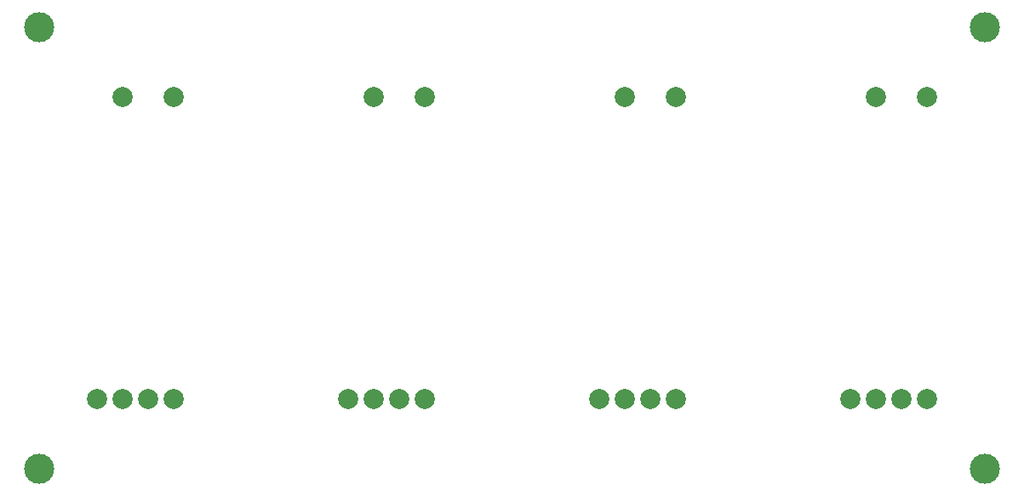
<source format=gbr>
G04 DipTrace 3.3.1.3*
G04 TopMask.gbr*
%MOIN*%
G04 #@! TF.FileFunction,Soldermask,Top*
G04 #@! TF.Part,Single*
%ADD38C,0.11811*%
%ADD43C,0.07874*%
%FSLAX26Y26*%
G04*
G70*
G90*
G75*
G01*
G04 TopMask*
%LPD*%
D43*
X935827Y787402D3*
X735827D3*
X835827D3*
X1035827D3*
X835827Y1968503D3*
X1035827Y1968504D3*
X1920079Y787402D3*
X1720079D3*
X1820079D3*
X2020079D3*
X1820079Y1968503D3*
X2020079Y1968504D3*
X2904331Y787402D3*
X2704331D3*
X2804331D3*
X3004331D3*
X2804331Y1968503D3*
X3004331Y1968504D3*
X3888583Y787402D3*
X3688583D3*
X3788583D3*
X3988583D3*
X3788583Y1968503D3*
X3988583Y1968504D3*
D38*
X511811Y511811D3*
Y2244094D3*
X4212598Y511811D3*
Y2244094D3*
M02*

</source>
